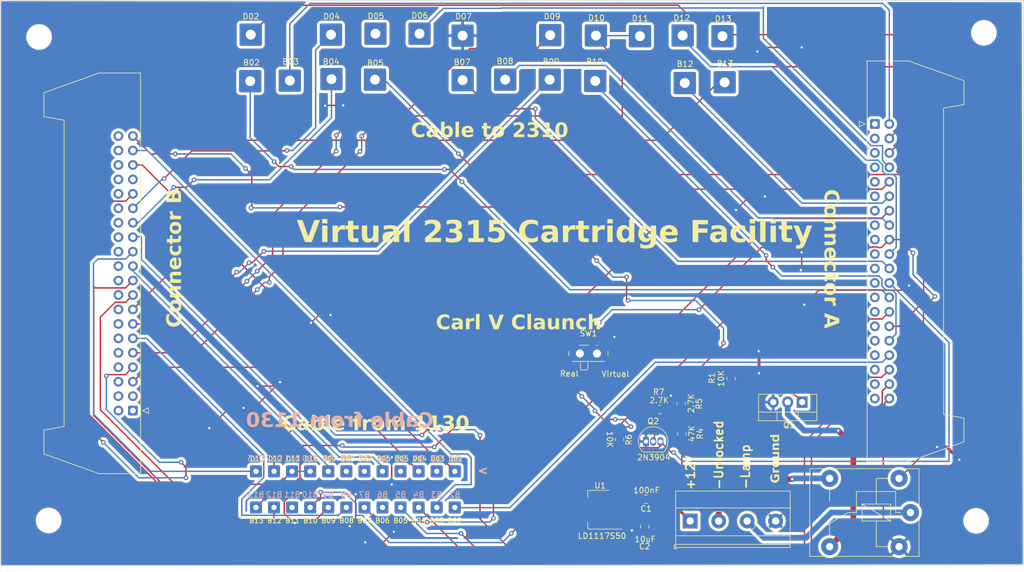
<source format=kicad_pcb>
(kicad_pcb (version 20221018) (generator pcbnew)
  (layers (0 "F.Cu" signal) (31 "B.Cu" signal) (34 "B.Paste" user) (35 "F.Paste" user) (36 "B.SilkS" user "B.Silkscreen") (37 "F.SilkS" user "F.Silkscreen") (38 "B.Mask" user) (39 "F.Mask" user) (44 "Edge.Cuts" user))
  (net 0 "")
  (net 1 "GND")
  (net 3 "Net-(Q2-B)")
  (net 4 "Net-(ConnA1-Pin_24)")
  (net 5 "Net-(J4-Pin_1)")
  (net 11 "Net-(B13-Pin_1)")
  (net 14 "Net-(B7-Pin_1)")
  (net 17 "Net-(SW1-A)")
  (net 23 "Net-(B10-Pin_1)")
  (net 27 "Net-(B2-Pin_1)")
  (net 29 "Net-(ConnA1-Pin_36)")
  (net 31 "Net-(B5-Pin_1)")
  (net 33 "Net-(B4-Pin_1)")
  (net 35 "Net-(ConnB1-Pin_5)")
  (net 42 "Net-(B8-Pin_1)")
  (net 44 "Net-(ConnB1-Pin_17)")
  (net 47 "Net-(ConnB1-Pin_21)")
  (net 49 "Net-(B12-Pin_1)")
  (net 51 "Net-(ConnB1-Pin_23)")
  (net 53 "Net-(ConnB1-Pin_25)")
  (net 58 "Net-(B9-Pin_1)")
  (net 60 "Net-(B3-Pin_1)")
  (net 65 "Net-(J4-Pin_3)")
  (net 66 "Net-(J4-Pin_2)")
  (net 67 "Net-(R4-Pad2)")
  (net 73 "Net-(ConnB1-Pin_35)")
  (net 74 "Net-(ConnA1-Pin_18)")
  (net 75 "Net-(AB2-Pin_1)")
  (net 76 "Net-(AB3-Pin_1)")
  (net 77 "Net-(AB4-Pin_1)")
  (net 78 "Net-(AB5-Pin_1)")
  (net 79 "Net-(AB7-Pin_1)")
  (net 80 "Net-(AB8-Pin_1)")
  (net 81 "Net-(AB9-Pin_1)")
  (net 82 "Net-(AB10-Pin_1)")
  (net 83 "Net-(AB12-Pin_1)")
  (net 84 "Net-(AB13-Pin_1)")
  (net 85 "Net-(AD2-Pin_1)")
  (net 86 "Net-(AD4-Pin_1)")
  (net 88 "Net-(AD6-Pin_1)")
  (net 89 "Net-(AD9-Pin_1)")
  (net 90 "Net-(AD10-Pin_1)")
  (net 91 "Net-(AD12-Pin_1)")
  (net 92 "Net-(AD13-Pin_1)")
  (net 93 "Net-(ConnB1-Pin_39)")
  (net 95 "Net-(Q1-D)")
  (footprint "Connector_Wire:SolderWire-1sqmm_1x01_D1.4mm_OD3.9mm" (layer "F.Cu") (at 129.6 39.29)
    (fp_text reference "AB10" hide)
    (fp_text value "Conn_01x01_Pin")
  )
  (footprint "MountingHole:MountingHole_4mm" (layer "F.Cu") (at 196.49 116.62)
    (fp_text reference "H4" hide)
    (fp_text value "MountingHole")
  )
  (footprint "Button_Switch_SMD:SW_SPDT_PCM12" (layer "F.Cu") (at 128.4 86.87)
    (fp_text reference "SW1")
    (fp_text value "SW_SPDT")
  )
  (footprint "Connector_Wire:SolderWire-1sqmm_1x01_D1.4mm_OD3.9mm" (layer "F.Cu") (at 152.32 39.53)
    (fp_text reference "AB13" hide)
    (fp_text value "Conn_01x01_Pin")
  )
  (footprint "Connector_Wire:SolderWire-1sqmm_1x01_D1.4mm_OD3.9mm" (layer "F.Cu") (at 69.09 31.15)
    (fp_text reference "AD2" hide)
    (fp_text value "Conn_01x01_Pin")
  )
  (footprint "Connector_Wire:SolderWire-1sqmm_1x01_D1.4mm_OD3.9mm" (layer "F.Cu") (at 98.74 30.98)
    (fp_text reference "AD6" hide)
    (fp_text value "Conn_01x01_Pin")
  )
  (footprint "MountingHole:MountingHole_4mm" (layer "F.Cu") (at 33.58 116.56)
    (fp_text reference "H3" hide)
    (fp_text value "MountingHole")
  )
  (footprint "Connector_Wire:SolderWire-1sqmm_1x01_D1.4mm_OD3.9mm" (layer "F.Cu") (at 137.46 31.42)
    (fp_text reference "AD11" hide)
    (fp_text value "Conn_01x01_Pin")
  )
  (footprint "Resistor_SMD:R_0805_2012Metric" (layer "F.Cu") (at 144.7 95.9875 90)
    (fp_text reference "R5")
    (fp_text value "2.7K")
  )
  (footprint "Connector_Wire:SolderWire-1sqmm_1x01_D1.4mm_OD3.9mm" (layer "F.Cu") (at 121.6 39.06)
    (fp_text reference "AB9" hide)
    (fp_text value "Conn_01x01_Pin")
  )
  (footprint "Connector_Wire:SolderWire-1sqmm_1x01_D1.4mm_OD3.9mm" (layer "F.Cu") (at 83.18 31.15)
    (fp_text reference "AD4" hide)
    (fp_text value "Conn_01x01_Pin")
  )
  (footprint "Package_TO_SOT_SMD:SOT-223-3_TabPin2" (layer "F.Cu") (at 130.19 114.67 180)
    (fp_text reference "U1")
    (fp_text value "LD1117S50TR_SOT223")
  )
  (footprint "Connector_Wire:SolderWire-1sqmm_1x01_D1.4mm_OD3.9mm" (layer "F.Cu") (at 91 30.98)
    (fp_text reference "AD5" hide)
    (fp_text value "Conn_01x01_Pin")
  )
  (footprint "Capacitor_SMD:C_0805_2012Metric" (layer "F.Cu") (at 138.28 117.62 -90)
    (fp_text reference "C2")
    (fp_text value "10uF")
  )
  (footprint "Resistor_SMD:R_0805_2012Metric" (layer "F.Cu") (at 140.91 97.06)
    (fp_text reference "R7")
    (fp_text value "2.7K")
  )
  (footprint "Connector_Wire:SolderWire-1sqmm_1x01_D1.4mm_OD3.9mm" (layer "F.Cu") (at 106.3 39.14)
    (fp_text reference "AB7" hide)
    (fp_text value "Conn_01x01_Pin")
  )
  (footprint "Connector_Wire:SolderWire-1sqmm_1x01_D1.4mm_OD3.9mm" (layer "F.Cu") (at 113.78 39.06)
    (fp_text reference "AB8" hide)
    (fp_text value "Conn_01x01_Pin")
  )
  (footprint "MountingHole:MountingHole_4mm" (layer "F.Cu") (at 31.91 31.56)
    (fp_text reference "H1" hide)
    (fp_text value "MountingHole")
  )
  (footprint "TerminalBlock_Phoenix:TerminalBlock_Phoenix_MKDS-1,5-4_1x04_P5.00mm_Horizontal" (layer "F.Cu") (at 146.28 116.65)
    (fp_text reference "J4" hide)
    (fp_text value "Screw_Terminal_01x04")
  )
  (footprint "Connector_Wire:SolderWire-1sqmm_1x01_D1.4mm_OD3.9mm" (layer "F.Cu") (at 90.92 39.06)
    (fp_text reference "AB5" hide)
    (fp_text value "Conn_01x01_Pin")
  )
  (footprint "Connector_Wire:SolderWire-1sqmm_1x01_D1.4mm_OD3.9mm" (layer "F.Cu") (at 121.69 31.24)
    (fp_text reference "AD9" hide)
    (fp_text value "Conn_01x01_Pin")
  )
  (footprint "Connector_Wire:SolderWire-1sqmm_1x01_D1.4mm_OD3.9mm" (layer "F.Cu") (at 129.72 31.3)
    (fp_text reference "AD10" hide)
    (fp_text value "Conn_01x01_Pin")
  )
  (footprint "MountingHole:MountingHole_4mm" (layer "F.Cu") (at 197.86 30.83)
    (fp_text reference "H2" hide)
    (fp_text value "MountingHole")
  )
  (footprint "Connector_Wire:SolderWire-1sqmm_1x01_D1.4mm_OD3.9mm" (layer "F.Cu") (at 75.96 39.23)
    (fp_text reference "AB3" hide)
    (fp_text value "Conn_01x01_Pin")
  )
  (footprint "Resistor_SMD:R_0805_2012Metric" (layer "F.Cu") (at 153.45 91.62 90)
    (fp_text reference "R1")
    (fp_text value "10K")
  )
  (footprint "Connector_Wire:SolderWire-1sqmm_1x01_D1.4mm_OD3.9mm" (layer "F.Cu") (at 151.95 31.42)
    (fp_text reference "AD13" hide)
    (fp_text value "Conn_01x01_Pin")
  )
  (footprint "Connector_IDC:IDC-Header_2x20_P2.54mm_Latch_Horizontal" (layer "F.Cu") (at 178.71 46.86)
    (fp_text reference "ConnA1" hide)
    (fp_text value "Conn_02x20_Odd_Even")
  )
  (footprint "Connector_Wire:SolderWire-1sqmm_1x01_D1.4mm_OD3.9mm" (layer "F.Cu") (at 145.32 39.65)
    (fp_text reference "AB12" hide)
    (fp_text value "Conn_01x01_Pin")
  )
  (footprint "Connector_Wire:SolderWire-1sqmm_1x01_D1.4mm_OD3.9mm" (layer "F.Cu") (at 69 39.32)
    (fp_text reference "AB2" hide)
    (fp_text value "Conn_01x01_Pin")
  )
  (footprint "Package_TO_SOT_THT:TO-92_Inline" (layer "F.Cu") (at 138.51 102.68)
    (fp_text reference "Q2")
    (fp_text value "2N3904")
  )
  (footprint "Resistor_SMD:R_0805_2012Metric" (layer "F.Cu") (at 133.86 102.33 -90)
    (fp_text reference "R6")
    (fp_text value "10K")
  )
  (footprint "Connector_IDC:IDC-Header_2x20_P2.54mm_Latch_Horizontal" (layer "F.Cu") (at 48.39 97.24 180)
    (fp_text reference "ConnB1" hide)
    (fp_text value "Conn_02x20_Odd_Even")
  )
  (footprint "Relay_THT:Relay_SPDT_Finder_36.11" (layer "F.Cu") (at 184.97 115.16 180)
    (fp_text reference "K1" hide)
    (fp_text value "Relay_SPDT")
  )
  (footprint "Connector_Wire:SolderWire-1sqmm_1x01_D1.4mm_OD3.9mm" (layer "F.Cu") (at 144.95 31.3)
    (fp_text reference "AD12" hide)
    (fp_text value "Conn_01x01_Pin")
  )
  (footprint "Library.carl:TO-220AB" (layer "F.Cu") (at 165.94 95.75 180)
    (fp_text reference "Q1" hide)
    (fp_text value "Q_NMOS_DSG")
  )
  (footprint "Connector_Wire:SolderWire-1sqmm_1x01_D1.4mm_OD3.9mm" (layer "F.Cu") (at 83.27 38.97)
    (fp_text reference "AB4" hide)
    (fp_text value "Conn_01x01_Pin")
  )
  (footprint "Capacitor_SMD:C_0805_2012Metric" (layer "F.Cu") (at 138.53 112.81 180)
    (fp_text reference "C1")
    (fp_text value "100nF")
  )
  (footprint "Connector_Wire:SolderWire-1sqmm_1x01_D1.4mm_OD3.9mm" (layer "F.Cu") (at 106.3 31.32)
    (fp_text reference "AD7" hide)
    (fp_text value "Conn_01x01_Pin")
  )
  (footprint "Resistor_SMD:R_0805_2012Metric" (layer "F.Cu") (at 144.81 101.36 90)
    (fp_text reference "R4")
    (fp_text value "47K")
  )
  (footprint "Library.carl:SLT" (layer "B.Cu") (at 70.005 114.27 180)
    (fp_text reference "B13")
    (fp_text value "Conn_01x01_Pin")
  )
  (footprint "Library.carl:SLT" (layer "B.Cu") (at 98.58 107.92 180)
    (fp_text reference "D4")
    (fp_text value "Conn_01x01_Pin")
  )
  (footprint "Library.carl:SLT" (layer "B.Cu") (at 89.055 114.27 180)
    (fp_text reference "B7")
    (fp_text value "Conn_01x01_Pin")
  )
  (footprint "Library.carl:SLT" (layer "B.Cu") (at 76.355 114.27 180)
    (fp_text reference "B11")
    (fp_text value "Conn_01x01_Pin")
  )
  (footprint "Library.carl:SLT" (layer "B.Cu") (at 82.705 107.92 180)
    (fp_text reference "D9")
    (fp_text value "Conn_01x01_Pin")
  )
  (footprint "Library.carl:SLT" (layer "B.Cu") (at 104.93 107.92 180)
    (fp_text reference "D2")
    (fp_text value "Conn_01x01_Pin" hide)
  )
  (footprint "Library.carl:SLT" (layer "B.Cu") (at 82.705 114.27 180)
    (fp_text reference "B9")
    (fp_text value "Conn_01x01_Pin")
  )
  (footprint "Library.carl:SLT" (layer "B.Cu") (at 85.88 107.92 180)
    (fp_text reference "D8")
    (fp_text value "Conn_01x01_Pin")
  )
  (footprint "Library.carl:SLT" (layer "B.Cu") (at 79.53 107.92 180)
    (fp_text reference "D10")
    (fp_text value "Conn_01x01_Pin")
  )
  (footprint "Library.carl:SLT" (layer "B.Cu") (at 95.405 114.27 180)
    (fp_text reference "B5")
    (fp_text value "Conn_01x01_Pin")
  )
  (footprint "Library.carl:SLT" (layer "B.Cu") (at 95.405 107.92 180)
    (fp_text reference "D5")
    (fp_text value "Conn_01x01_Pin")
  )
  (footprint "Library.carl:SLT" (layer "B.Cu") (at 76.355 107.92 180)
    (fp_text reference "D11")
    (fp_text value "Conn_01x01_Pin")
  )
  (footprint "Library.carl:SLT" (layer "B.Cu") (at 92.23 114.27 180)
    (fp_text reference "B6")
    (fp_text value "Conn_01x01_Pin")
  )
  (footprint "Library.carl:SLT" (layer "B.Cu") (at 92.23 107.92 180)
    (fp_text reference "D6")
    (fp_text value "Conn_01x01_Pin")
  )
  (footprint "Library.carl:SLT" (layer "B.Cu") (at 101.755 114.27 180)
    (fp_text reference "B3")
    (fp_text value "Conn_01x01_Pin")
  )
  (footprint "Library.carl:SLT" (layer "B.Cu") (at 79.53 114.27 180)
    (fp_text reference "B10")
    (fp_text value "Conn_01x01_Pin")
  )
  (footprint "Library.carl:SLT" (layer "B.Cu") (at 85.88 114.27 180)
    (fp_text reference "B8")
    (fp_text value "Conn_01x01_Pin")
  )
  (footprint "Library.carl:SLT" (layer "B.Cu") (at 73.18 114.27 180)
    (fp_text reference "B12")
    (fp_text value "Conn_01x01_Pin")
  )
  (footprint "Library.carl:SLT" (layer "B.Cu") (at 101.755 107.92 180)
    (fp_text reference "D3")
    (fp_text value "Conn_01x01_Pin")
  )
  (footprint "Library.carl:SLT" (layer "B.Cu") (at 98.58 114.27 180)
    (fp_text reference "B4")
    (fp_text value "Conn_01x01_Pin")
  )
  (footprint "Library.carl:SLT" (layer "B.Cu") (at 89.055 107.92 180)
    (fp_text reference "D7")
    (fp_text value "Conn_01x01_Pin")
  )
  (footprint "Library.carl:SLT" (layer "B.Cu") (at 70.005 107.92 180)
    (fp_text reference "D13")
    (fp_text value "Conn_01x01_Pin")
  )
  (footprint "Library.carl:SLT" (layer "B.Cu") (at 73.18 107.92 180)
    (fp_text reference "D12")
    (fp_text value "Conn_01x01_Pin")
  )
  (footprint "Library.carl:SLT" (layer "B.Cu") (at 104.93 114.27 180)
    (fp_text reference "B2")
    (fp_text value "Conn_01x01_Pin")
  )
  (gr_rect (start 25.1 25.11) (end 204.86 124.46) (stroke (width 0.1)) (fill none) (layer "Edge.Cuts"))
  (gr_text "<" (at 108.75 108.62) (layer "B.SilkS") (effects (font (size 1.5 1.5) (thickness 0.3) bold) (justify left bottom)))
  (gr_text "Cable from 1130" (at 101.24 100.55) (layer "B.SilkS") (effects (font (size 2.54 2.54) (thickness 0.3) bold) (justify left bottom mirror)))
  (gr_text "+12V" (at 147.2 111.34 90) (layer "F.SilkS") (effects (font (size 1.5 1.5) (thickness 0.3) bold) (justify left bottom)))
  (gr_text "LD1117S50" (at 126.46 119.86) (layer "F.SilkS") (effects (font (size 1 1)) (justify left bottom)))
  (gr_text "10K" (at 131.57 100.76 -90) (layer "F.SilkS") (effects (font (size 1 1)) (justify left bottom)))
  (gr_text "B13" (at 150.86 36.81) (layer "F.SilkS") (effects (font (size 1 1)) (justify left bottom)))
  (gr_text "100nF" (at 136.19 111.84) (layer "F.SilkS") (effects (font (size 1 1)) (justify left bottom)))
  (gr_text "D09" (at 120.48 28.54) (layer "F.SilkS") (effects (font (size 1 1)) (justify left bottom)))
  (gr_text "Cable to 2310" (at 97.2 49.59) (layer "F.SilkS") (effects (font (size 2.54 2.54) (thickness 0.3) bold) (justify left bottom)))
  (gr_text "B10" (at 127.93 36.49) (layer "F.SilkS") (effects (font (size 1 1)) (justify left bottom)))
  (gr_text "B12" (at 143.82 36.9) (layer "F.SilkS") (effects (font (size 1 1)) (justify left bottom)))
  (gr_text "Virtual" (at 130.63 91.39) (layer "F.SilkS") (effects (font (size 1 1)) (justify left bottom)))
  (gr_text "D07" (at 104.92 28.54) (layer "F.SilkS") (effects (font (size 1 1)) (justify left bottom)))
  (gr_text "B03" (at 74.54 36.49) (layer "F.SilkS") (effects (font (size 1 1)) (justify left bottom)))
  (gr_text "47K" (at 147.15 102.85 90) (layer "F.SilkS") (effects (font (size 1 1)) (justify left bottom)))
  (gr_text "Virtual 2315 Cartridge Facility" (at 77.15 68.27) (layer "F.SilkS") (effects (font (size 3.81 3.81) (thickness 0.3) bold) (justify left bottom)))
  (gr_text "Real" (at 123.32 91.33) (layer "F.SilkS") (effects (font (size 1 1)) (justify left bottom)))
  (gr_text "2.7K" (at 139.04 96.03) (layer "F.SilkS") (effects (font (size 1 1)) (justify left bottom)))
  (gr_text "D10" (at 128.26 28.79) (layer "F.SilkS") (effects (font (size 1 1)) (justify left bottom)))
  (gr_text "2N3904" (at 136.88 106.05) (layer "F.SilkS") (effects (font (size 1 1)) (justify left bottom)))
  (gr_text "D13 D12 D11 D10 D09 D08 D07 D06 D05 D04 D03 D02" (at 68.89 106.2) (layer "F.SilkS") (effects (font (size 0.8636 0.8636)) (justify left bottom)))
  (gr_text "10K" (at 152.29 93.16 90) (layer "F.SilkS") (effects (font (size 1 1)) (justify left bottom)))
  (gr_text "B02" (at 67.66 36.65) (layer "F.SilkS") (effects (font (size 1 1)) (justify left bottom)))
  (gr_text "D11" (at 135.95 28.87) (layer "F.SilkS") (effects (font (size 1 1)) (justify left bottom)))
  (gr_text "B07" (at 104.67 36.57) (layer "F.SilkS") (effects (font (size 1 1)) (justify left bottom)))
  (gr_text "-Lamp" (at 156.87 111.19 90) (layer "F.SilkS") (effects (font (size 1.5 1.5) (thickness 0.3) bold) (justify left bottom)))
  (gr_text "Q1" (at 162.51 100.4) (layer "F.SilkS") (effects (font (size 1 1)) (justify left bottom)))
  (gr_text "D13" (at 150.53 28.95) (layer "F.SilkS") (effects (font (size 1 1)) (justify left bottom)))
  (gr_text "B05" (at 89.44 36.73) (layer "F.SilkS") (effects (font (size 1 1)) (justify left bottom)))
  (gr_text "2.7K" (at 147.03 97.75 90) (layer "F.SilkS") (effects (font (size 1 1)) (justify left bottom)))
  (gr_text "10uF" (at 136.43 120.44) (layer "F.SilkS") (effects (font (size 1 1)) (justify left bottom)))
  (gr_text "B13 B12 B11 B10 B09 B08 B07 B06 B05 B04 B03 B02" (at 68.73 117.09) (layer "F.SilkS") (effects (font (size 0.8636 0.8636)) (justify left bottom)))
  (gr_text "B04" (at 81.66 36.49) (layer "F.SilkS") (effects (font (size 1 1)) (justify left bottom)))
  (gr_text "D02" (at 67.57 28.54) (layer "F.SilkS") (effects (font (size 1 1)) (justify left bottom)))
  (gr_text "Ground" (at 162.16 110.03 90) (layer "F.SilkS") (effects (font (size 1.5 1.5) (thickness 0.3) bold) (justify left bottom)))
  (gr_text "B08" (at 112.21 36.4) (layer "F.SilkS") (effects (font (size 1 1)) (justify left bottom)))
  (gr_text "D05" (at 89.52 28.46) (layer "F.SilkS") (effects (font (size 1 1)) (justify left bottom)))
  (gr_text "D04" (at 81.74 28.54) (layer "F.SilkS") (effects (font (size 1 1)) (justify left bottom)))
  (gr_text "Connector A" (at 169.44 58.31 270) (layer "F.SilkS") (effects (font (size 2.54 2.54) (thickness 0.3) bold) (justify left bottom)))
  (gr_text "Carl V Claunch" (at 101.59 83.38) (layer "F.SilkS") (effects (font (size 2.54 2.54) (thickness 0.3) bold) (justify left bottom)))
  (gr_text "Connector B" (at 57.28 82.67 90) (layer "F.SilkS") (effects (font (size 2.54 2.54) (thickness 0.3) bold) (justify left bottom)))
  (gr_text "B09" (at 120.31 36.49) (layer "F.SilkS") (effects (font (size 1 1)) (justify left bottom)))
  (gr_text "D12" (at 143.24 28.79) (layer "F.SilkS") (effects (font (size 1 1)) (justify left bottom)))
  (gr_text "D06" (at 97.22 28.38) (layer "F.SilkS") (effects (font (size 1 1)) (justify left bottom)))
  (gr_text "Cable from 1130" (at 74.54 101.12) (layer "F.SilkS") (effects (font (size 2.54 2.54) (thickness 0.3) bold) (justify left bottom)))
  (gr_text "-Unlocked" (at 152.17 111.28 90) (layer "F.SilkS") (effects (font (size 1.5 1.5) (thickness 0.3) bold) (justify left bottom)))
  (segment (start 140.33 113.64) (end 140.33 116.52) (width 0.508) (layer "F.Cu") (net 1))
  (segment (start 89.21 120.4) (end 92.37 120.4) (width 0.25) (layer "F.Cu") (net 1))
  (segment (start 134.68 116.97) (end 136.03 118.32) (width 0.508) (layer "F.Cu") (net 1))
  (segment (start 74.98 115.308172) (end 74.98 113.231828) (width 0.25) (layer "F.Cu") (net 1))
  (segment (start 165.86 72.38) (end 165.7 72.54) (width 0.25) (layer "F.Cu") (net 1))
  (segment (start 86.48 117.56) (end 87.52 116.52) (width 0.25) (layer "F.Cu") (net 1))
  (segment (start 144.7 95.075) (end 143.345 95.075) (width 0.25) (layer "F.Cu") (net 1))
  (segment (start 76.82 117.01) (end 76.681828 117.01) (width 0.25) (layer "F.Cu") (net 1))
  (segment (start 85.33 43.59) (end 82.2 43.59) (width 0.25) (layer "F.Cu") (net 1))
  (segment (start 184.73 75.26) (end 183.91 76.08) (width 0.25) (layer "F.Cu") (net 1))
  (segment (start 156.7 59.6) (end 154.32 61.98) (width 0.25) (layer "F.Cu") (net 1))
  (segment (start 133.34 116.97) (end 134.68 116.97) (width 0.508) (layer "F.Cu") (net 1))
  (segment (start 153.45 90.7075) (end 158.3225 90.7075) (width 0.25) (layer "F.Cu") (net 1))
  (segment (start 140.33 113.64) (end 140.31 113.64) (width 0.508) (layer "F.Cu") (net 1))
  (segment (start 140.31 113.64) (end 139.48 112.81) (width 0.508) (layer "F.Cu") (net 1))
  (segment (start 158.37 86.87) (end 158.3 86.8) (width 0.25) (layer "F.Cu") (net 1))
  (segment (start 158.3225 90.7075) (end 158.37 90.66) (width 0.25) (layer "F.Cu") (net 1))
  (segment (start 158.08 34.13) (end 158.81 33.4) (width 0.25) (layer "F.Cu") (net 1))
  (segment (start 82.2 43.59) (end 82.15 43.64) (width 0.25) (layer "F.Cu") (net 1))
  (segment (start 87.52 116.52) (end 87.52 111.93) (width 0.25) (layer "F.Cu") (net 1))
  (segment (start 168.86 76.08) (end 166.32 78.62) (width 0.25) (layer "F.Cu") (net 1))
  (segment (start 70.28 92.93) (end 73.54 92.93) (width 0.25) (layer "F.Cu") (net 1))
  (segment (start 74.98 113.231828) (end 76.491828 111.72) (width 0.25) (layer "F.Cu") (net 1))
  (segment (start 76.681828 117.01) (end 74.98 115.308172) (width 0.25) (layer "F.Cu") (net 1))
  (segment (start 65.35 96.77) (end 61.8 100.32) (width 0.25) (layer "F.Cu") (net 1))
  (segment (start 159.4 59.6) (end 156.7 59.6) (width 0.25) (layer "F.Cu") (net 1))
  (segment (start 158.37 90.66) (end 158.37 86.87) (width 0.508) (layer "F.Cu") (net 1))
  (segment (start 81.04 80.44) (end 83.11 80.44) (width 0.25) (layer "F.Cu") (net 1))
  (segment (start 136.28 118.57) (end 136.03 118.32) (width 0.25) (layer "F.Cu") (net 1))
  (segment (start 93.85 109.1755) (end 93.85 105.44) (width 0.25) (layer "F.Cu") (net 1))
  (segment (start 73.54 92.93) (end 74.23 92.24) (width 0.25) (layer "F.Cu") (net 1))
  (segment (start 74.23 92.24) (end 69.7 96.77) (width 0.25) (layer "F.Cu") (net 1))
  (segment (start 130.65 85.44) (end 131.8 84.29) (width 0.25) (layer "F.Cu") (net 1))
  (segment (start 131.8 84.29) (end 132.96 84.29) (width 0.25) (layer "F.Cu") (net 1))
  (segment (start 76.491828 111.72) (end 77.91 111.72) (width 0.25) (layer "F.Cu") (net 1))
  (segment (start 92.37 120.4) (end 94.23 118.54) (width 0.25) (layer "F.Cu") (net 1))
  (segment (start 158.81 33.4) (end 165.86 33.4) (width 0.25) (layer "F.Cu") (net 1))
  (segment (start 67.81 96.77) (end 65.35 96.77) (width 0.25) (layer "F.Cu") (net 1))
  (segment (start 165.86 69.43) (end 165.86 72.38) (width 0.25) (layer "F.Cu") (net 1))
  (segment (start 143.345 95.075) (end 142.89 94.62) (width 0.25) (layer "F.Cu") (net 1))
  (segment (start 189.64 103.64) (end 191.3 103.64) (width 0.508) (layer "F.Cu") (net 1))
  (segment (start 69.7 96.77) (end 67.81 96.77) (width 0.25) (layer "F.Cu") (net 1))
  (segment (start 191.3 103.64) (end 193.55 105.89) (width 0.508) (layer "F.Cu") (net 1))
  (segment (start 93.85 110.22) (end 93.85 109.1755) (width 0.25) (layer "F.Cu") (net 1))
  (segment (start 138.28 118.57) (end 136.28 118.57) (width 0.508) (layer "F.Cu") (net 1))
  (segment (start 140.33 116.52) (end 138.28 118.57) (width 0.508) (layer "F.Cu") (net 1))
  (segment (start 79.67 81.81) (end 81.04 80.44) (width 0.25) (layer "F.Cu") (net 1))
  (segment (start 183.91 76.08) (end 168.86 76.08) (width 0.25) (layer "F.Cu") (net 1))
  (via (at 154.32 61.98) (size 0.8) (drill 0.4) (layers "F.Cu" "B.Cu") (net 1))
  (via (at 94.23 118.54) (size 0.8) (drill 0.4) (layers "F.Cu" "B.Cu") (net 1))
  (via (at 83.11 80.44) (size 0.8) (drill 0.4) (layers "F.Cu" "B.Cu") (net 1))
  (via (at 132.96 84.29) (size 0.8) (drill 0.4) (layers "F.Cu" "B.Cu") (net 1))
  (via (at 193.55 105.89) (size 0.8) (drill 0.4) (layers "F.Cu" "B.Cu") (net 1))
  (via (at 158.08 34.13) (size 0.8) (drill 0.4) (layers "F.Cu" "B.Cu") (net 1))
  (via (at 184.73 75.26) (size 0.8) (drill 0.4) (layers "F.Cu" "B.Cu") (net 1))
  (via (at 159.4 59.6) (size 0.8) (drill 0.4) (layers "F.Cu" "B.Cu") (net 1))
  (via (at 136.03 118.32) (size 0.8) (drill 0.4) (layers "F.Cu" "B.Cu") (net 1))
  (via (at 165.86 33.4) (size 0.8) (drill 0.4) (layers "F.Cu" "B.Cu") (net 1))
  (via (at 76.82 117.01) (size 0.8) (drill 0.4) (layers "F.Cu" "B.Cu") (net 1))
  (via (at 86.48 117.56) (size 0.8) (drill 0.4) (layers "F.Cu" "B.Cu") (net 1))
  (via (at 82.15 43.64) (size 0.8) (drill 0.4) (layers "F.Cu" "B.Cu") (net 1))
  (via (at 74.23 92.24) (size 0.8) (drill 0.4) (layers "F.Cu" "B.Cu") (net 1))
  (via (at 93.85 105.44) (size 0.8) (drill 0.4) (layers "F.Cu" "B.Cu") (net 1))
  (via (at 142.89 94.62) (size 0.8) (drill 0.4) (layers "F.Cu" "B.Cu") (net 1))
  (via (at 87.52 111.93) (size 0.8) (drill 0.4) (layers "F.Cu" "B.Cu") (net 1))
  (via (at 77.91 111.72) (size 0.8) (drill 0.4) (layers "F.Cu" "B.Cu") (net 1))
  (via (at 93.85 110.22) (size 0.8) (drill 0.4) (layers "F.Cu" "B.Cu") (net 1))
  (via (at 79.67 81.81) (size 0.8) (drill 0.4) (layers "F.Cu" "B.Cu") (net 1))
  (via (at 158.3 86.8) (size 0.8) (drill 0.4) (layers "F.Cu" "B.Cu") (net 1))
  (via (at 189.64 103.64) (size 0.8) (drill 0.4) (layers "F.Cu" "B.Cu") (net 1))
  (via (at 166.32 78.62) (size 0.8) (drill 0.4) (layers "F.Cu" "B.Cu") (net 1))
  (via (at 89.21 120.4) (size 0.8) (drill 0.4) (layers "F.Cu" "B.Cu") (net 1))
  (via (at 67.81 96.77) (size 0.8) (drill 0.4) (layers "F.Cu" "B.Cu") (net 1))
  (via (at 165.86 69.43) (size 0.8) (drill 0.4) (layers "F.Cu" "B.Cu") (net 1))
  (via (at 61.8 100.32) (size 0.8) (drill 0.4) (layers "F.Cu" "B.Cu") (net 1))
  (via (at 85.33 43.59) (size 0.8) (drill 0.4) (layers "F.Cu" "B.Cu") (net 1))
  (via (at 70.28 92.93) (size 0.8) (drill 0.4) (layers "F.Cu" "B.Cu") (net 1))
  (via (at 165.7 72.54) (size 0.8) (drill 0.4) (layers "F.Cu" "B.Cu") (net 1))
  (via (at 158.37 90.66) (size 0.8) (drill 0.4) (layers "F.Cu" "B.Cu") (net 1))
  (segment (start 139.9975 97.06) (end 139.9975 102.4625) (width 0.25) (layer "F.Cu") (net 3))
  (segment (start 139.9975 102.4625) (end 139.78 102.68) (width 0.25) (layer "F.Cu") (net 3))
  (segment (start 141.05 103.426325) (end 141.05 102.68) (width 0.25) (layer "F.Cu") (net 4))
  (segment (start 134.3725 103.755) (end 140.721325 103.755) (width 0.25) (layer "F.Cu") (net 4))
  (segment (start 142.98 104.61) (end 143.34 104.61) (width 0.25) (layer "F.Cu") (net 4))
  (segment (start 133.86 103.2425) (end 134.3725 103.755) (width 0.25) (layer "F.Cu") (net 4))
  (segment (start 140.721325 103.755) (end 141.05 103.426325) (width 0.25) (layer "F.Cu") (net 4))
  (segment (start 141.05 102.68) (end 142.98 104.61) (width 0.25) (layer "F.Cu") (net 4))
  (via (at 143.34 104.61) (size 0.8) (drill 0.4) (layers "F.Cu" "B.Cu") (net 4))
  (segment (start 181.25 74.8) (end 191.73 85.28) (width 0.25) (layer "B.Cu") (net 4))
  (segment (start 144.89 106.16) (end 143.34 104.61) (width 0.25) (layer "B.Cu") (net 4))
  (segment (start 191.73 106.16) (end 144.89 106.16) (width 0.25) (layer "B.Cu") (net 4))
  (segment (start 191.73 85.28) (end 191.73 106.16) (width 0.25) (layer "B.Cu") (net 4))
  (segment (start 140.23 110.6) (end 146.28 116.65) (width 0.508) (layer "F.Cu") (net 5))
  (segment (start 133.78 112.81) (end 133.34 112.37) (width 0.25) (layer "F.Cu") (net 5))
  (segment (start 135.11 110.6) (end 133.34 112.37) (width 0.508) (layer "F.Cu") (net 5))
  (segment (start 135.11 110.6) (end 140.23 110.6) (width 0.508) (layer "F.Cu") (net 5))
  (segment (start 137.58 112.81) (end 133.78 112.81) (width 0.25) (layer "F.Cu") (net 5))
  (segment (start 76.41 103.38) (end 76.41 104.11) (width 0.25) (layer "F.Cu") (net 11))
  (segment (start 181.25 57.02) (end 179.95 58.32) (width 0.25) (layer "F.Cu") (net 11))
  (segment (start 76.41 104.11) (end 77.73 105.43) (width 0.25) (layer "F.Cu") (net 11))
  (segment (start 85.17 103.38) (end 76.41 103.38) (width 0.25) (layer "F.Cu") (net 11))
  (segment (start 179.95 58.32) (end 146.66 58.32) (width 0.25) (layer "F.Cu") (net 11))
  (segment (start 77.73 108.958172) (end 76.518172 110.17) (width 0.25) (layer "F.Cu") (net 11))
  (segment (start 146.66 58.32) (end 101.33 103.65) (width 0.25) (layer "F.Cu") (net 11))
  (segment (start 74.105 110.17) (end 70.005 114.27) (width 0.25) (layer "F.Cu") (net 11))
  (segment (start 77.73 105.43) (end 77.73 108.958172) (width 0.25) (layer "F.Cu") (net 11))
  (segment (start 76.518172 110.17) (end 74.105 110.17) (width 0.25) (layer "F.Cu") (net 11))
  (via (at 101.33 103.65) (size 0.8) (drill 0.4) (layers "F.Cu" "B.Cu") (net 11))
  (via (at 85.17 103.38) (size 0.8) (drill 0.4) (layers "F.Cu" "B.Cu") (net 11))
  (segment (start 101.33 103.65) (end 85.44 103.65) (width 0.25) (layer "B.Cu") (net 11))
  (segment (start 85.44 103.65) (end 85.17 103.38) (width 0.25) (layer "B.Cu") (net 11))
  (segment (start 179.885 63.465) (end 161.115 63.465) (width 0.25) (layer "F.Cu") (net 14))
  (segment (start 112.04 112.54) (end 111.72 112.86) (width 0.25) (layer "F.Cu") (net 14))
  (segment (start 91.615 116.83) (end 89.055 114.27) (width 0.25) (layer "F.Cu") (net 14))
  (segment (start 181.25 62.1) (end 179.885 63.465) (width 0.25) (layer "F.Cu") (net 14))
  (segment (start 161.115 63.465) (end 112.04 112.54) (width 0.25) (layer "F.Cu") (net 14))
  (segment (start 111.72 112.86) (end 111.72 116.18) (width 0.25) (layer "F.Cu") (net 14))
  (segment (start 100.08 116.83) (end 91.615 116.83) (width 0.25) (layer "F.Cu") (net 14))
  (via (at 100.08 116.83) (size 0.8) (drill 0.4) (layers "F.Cu" "B.Cu") (net 14))
  (via (at 111.72 116.18) (size 0.8) (drill 0.4) (layers "F.Cu" "B.Cu") (net 14))
  (segment (start 111.72 116.18) (end 111.07 116.83) (width 0.25) (layer "B.Cu") (net 14))
  (segment (start 111.07 116.83) (end 100.08 116.83) (width 0.25) (layer "B.Cu") (net 14))
  (segment (start 124.51 112.14) (end 127.04 114.67) (width 0.508) (layer "F.Cu") (net 17))
  (segment (start 126.15 85.44) (end 125.8 85.79) (width 0.25) (layer "F.Cu") (net 17))
  (segment (start 129.54 97.282) (end 131.064 98.806) (width 0.25) (layer "F.Cu") (net 17))
  (segment (start 124.51 110.7675) (end 124.51 112.14) (width 0.508) (layer "F.Cu") (net 17))
  (segment (start 135.2015 100.076) (end 135.89 100.076) (width 0.25) (layer "F.Cu") (net 17))
  (segment (start 131.064 98.806) (end 133.096 98.806) (width 0.25) (layer "F.Cu") (net 17))
  (segment (start 135.34 116.67) (end 133.34 114.67) (width 0.25) (layer "F.Cu") (net 17))
  (segment (start 125.8 85.79) (end 125.8 93.288) (width 0.25) (layer "F.Cu") (net 17))
  (segment (start 133.86 101.4175) (end 135.2015 100.076) (width 0.25) (layer "F.Cu") (net 17))
  (segment (start 138.28 116.67) (end 135.34 116.67) (width 0.25) (layer "F.Cu") (net 17))
  (segment (start 133.86 101.4175) (end 124.51 110.7675) (width 0.508) (layer "F.Cu") (net 17))
  (segment (start 127.04 114.67) (end 133.34 114.67) (width 0.508) (layer "F.Cu") (net 17))
  (segment (start 125.8 93.288) (end 127.254 94.742) (width 0.25) (layer "F.Cu") (net 17))
  (via (at 135.89 100.076) (size 0.8) (drill 0.4) (layers "F.Cu" "B.Cu") (net 17))
  (via (at 129.54 97.282) (size 0.8) (drill 0.4) (layers "F.Cu" "B.Cu") (net 17))
  (via (at 127.254 94.742) (size 0.8) (drill 0.4) (layers "F.Cu" "B.Cu") (net 17))
  (via (at 133.096 98.806) (size 0.8) (drill 0.4) (layers "F.Cu" "B.Cu") (net 17))
  (segment (start 133.096 98.806) (end 134.62 98.806) (width 0.25) (layer "B.Cu") (net 17))
  (segment (start 134.62 98.806) (end 135.89 100.076) (width 0.25) (layer "B.Cu") (net 17))
  (segment (start 129.54 97.028) (end 129.54 97.282) (width 0.25) (layer "B.Cu") (net 17))
  (segment (start 127.254 94.742) (end 129.54 97.028) (width 0.25) (layer "B.Cu") (net 17))
  (segment (start 81.35 111.6) (end 81.35 112.45) (width 0.25) (layer "F.Cu") (net 23))
  (segment (start 181.25 79.88) (end 180 81.13) (width 0.25) (layer "F.Cu") (net 23))
  (segment (start 81.35 112.45) (end 79.53 114.27) (width 0.25) (layer "F.Cu") (net 23))
  (segment (start 152.57 81.13) (end 114.87 118.83) (width 0.25) (layer "F.Cu") (net 23))
  (segment (start 180 81.13) (end 152.57 81.13) (width 0.25) (layer "F.Cu") (net 23))
  (via (at 81.35 111.6) (size 0.8) (drill 0.4) (layers "F.Cu" "B.Cu") (net 23))
  (via (at 114.87 118.83) (size 0.8) (drill 0.4) (layers "F.Cu" "B.Cu") (net 23))
  (segment (start 113.26 120.44) (end 93.45 120.44) (width 0.25) (layer "B.Cu") (net 23))
  (segment (start 85.623172 111.6) (end 81.35 111.6) (width 0.25) (layer "B.Cu") (net 23))
  (segment (start 93.45 120.44) (end 88.655 115.645) (width 0.25) (layer "B.Cu") (net 23))
  (segment (start 88.655 115.645) (end 87.591828 115.645) (width 0.25) (layer "B.Cu") (net 23))
  (segment (start 87.591828 115.645) (end 87.591828 113.568656) (width 0.25) (layer "B.Cu") (net 23))
  (segment (start 114.87 118.83) (end 113.26 120.44) (width 0.25) (layer "B.Cu") (net 23))
  (segment (start 87.591828 113.568656) (end 85.623172 111.6) (width 0.25) (layer "B.Cu") (net 23))
  (segment (start 104.97 114.31) (end 104.93 114.27) (width 0.25) (layer "B.Cu") (net 27))
  (segment (start 181.25 87.5) (end 180.01 88.74) (width 0.25) (layer "B.Cu") (net 27))
  (segment (start 140.16 88.74) (end 114.59 114.31) (width 0.25) (layer "B.Cu") (net 27))
  (segment (start 180.01 88.74) (end 140.16 88.74) (width 0.25) (layer "B.Cu") (net 27))
  (segment (start 114.59 114.31) (end 104.97 114.31) (width 0.25) (layer "B.Cu") (net 27))
  (segment (start 166.35 102.76) (end 177.72 91.39) (width 0.25) (layer "F.Cu") (net 29))
  (segment (start 77.471776 99.5) (end 73.18 103.791776) (width 0.25) (layer "F.Cu") (net 29))
  (segment (start 100.11 100.59) (end 99.17 101.53) (width 0.25) (layer "F.Cu") (net 29))
  (segment (start 109.36 101.56) (end 109.36 116.286828) (width 0.25) (layer "F.Cu") (net 29))
  (segment (start 81.89 99.5) (end 77.471776 99.5) (width 0.25) (layer "F.Cu") (net 29))
  (segment (start 114.833172 121.76) (end 166.35 121.76) (width 0.25) (layer "F.Cu") (net 29))
  (segment (start 109.36 116.286828) (end 114.833172 121.76) (width 0.25) (layer "F.Cu") (net 29))
  (segment (start 166.35 121.76) (end 166.35 102.76) (width 0.25) (layer "F.Cu") (net 29))
  (segment (start 102.35 100.59) (end 100.11 100.59) (width 0.25) (layer "F.Cu") (net 29))
  (segment (start 179.9 91.39) (end 181.25 90.04) (width 0.25) (layer "F.Cu") (net 29))
  (segment (start 177.72 91.39) (end 179.9 91.39) (width 0.25) (layer "F.Cu") (net 29))
  (segment (start 73.18 103.791776) (end 73.18 107.92) (width 0.25) (layer "F.Cu") (net 29))
  (via (at 99.17 101.53) (size 0.8) (drill 0.4) (layers "F.Cu" "B.Cu") (net 29))
  (via (at 81.89 99.5) (size 0.8) (drill 0.4) (layers "F.Cu" "B.Cu") (net 29))
  (via (at 109.36 101.56) (size 0.8) (drill 0.4) (layers "F.Cu" "B.Cu") (net 29))
  (via (at 102.35 100.59) (size 0.8) (drill 0.4) (layers "F.Cu" "B.Cu") (net 29))
  (segment (start 99.17 101.53) (end 83.92 101.53) (width 0.25) (layer "B.Cu") (net 29))
  (segment (start 83.92 101.53) (end 81.89 99.5) (width 0.25) (layer "B.Cu") (net 29))
  (segment (start 109.36 101.56) (end 108.39 100.59) (width 0.25) (layer "B.Cu") (net 29))
  (segment (start 108.39 100.59) (end 102.35 100.59) (width 0.25) (layer "B.Cu") (net 29))
  (segment (start 167.58 122.79) (end 109.98 122.79) (width 0.25) (layer "F.Cu") (net 31))
  (segment (start 180.01 93.82) (end 180.01 96.7) (width 0.25) (layer "F.Cu") (net 31))
  (segment (start 181.25 92.58) (end 180.01 93.82) (width 0.25) (layer "F.Cu") (net 31))
  (segment (start 109.98 122.79) (end 106.03 118.84) (width 0.25) (layer "F.Cu") (net 31))
  (segment (start 173.87 96.7) (end 167.58 102.99) (width 0.25) (layer "F.Cu") (net 31))
  (segment (start 180.01 96.7) (end 173.87 96.7) (width 0.25) (layer "F.Cu") (net 31))
  (segment (start 167.58 102.99) (end 167.58 122.79) (width 0.25) (layer "F.Cu") (net 31))
  (via (at 106.03 118.84) (size 0.8) (drill 0.4) (layers "F.Cu" "B.Cu") (net 31))
  (segment (start 106.03 118.84) (end 99.975 118.84) (width 0.25) (layer "B.Cu") (net 31))
  (segment (start 99.975 118.84) (end 95.405 114.27) (width 0.25) (layer "B.Cu") (net 31))
  (segment (start 180.2 121.85) (end 178.640123 123.409877) (width 0.25) (layer "F.Cu") (net 33))
  (segment (start 180.46 95.91) (end 180.46 96.886396) (width 0.25) (layer "F.Cu") (net 33))
  (segment (start 178.640123 123.409877) (end 107.719877 123.409877) (width 0.25) (layer "F.Cu") (net 33))
  (segment (start 180.46 96.886396) (end 180.2 97.146396) (width 0.25) (layer "F.Cu") (net 33))
  (segment (start 107.719877 123.409877) (end 98.58 114.27) (width 0.25) (layer "F.Cu") (net 33))
  (segment (start 181.25 95.12) (end 180.46 95.91) (width 0.25) (layer "F.Cu") (net 33))
  (segment (start 180.2 97.146396) (end 180.2 121.85) (width 0.25) (layer "F.Cu") (net 33))
  (segment (start 50.93 89.62) (end 80.28 89.62) (width 0.25) (layer "F.Cu") (net 35))
  (segment (start 80.28 89.62) (end 98.58 107.92) (width 0.25) (layer "F.Cu") (net 35))
  (segment (start 48.39 92.16) (end 50.93 89.62) (width 0.25) (layer "F.Cu") (net 35))
  (segment (start 85.88 114.27) (end 84.505 115.645) (width 0.25) (layer "B.Cu") (net 42))
  (segment (start 67.515 112.823172) (end 71.38 108.958172) (width 0.25) (layer "B.Cu") (net 42))
  (segment (start 71.38 108.958172) (end 71.38 105.13) (width 0.25) (layer "B.Cu") (net 42))
  (segment (start 84.505 115.645) (end 67.515 115.645) (width 0.25) (layer "B.Cu") (net 42))
  (segment (start 48.39 84.54) (end 50.79 84.54) (width 0.25) (layer "B.Cu") (net 42))
  (segment (start 67.515 115.645) (end 67.515 112.823172) (width 0.25) (layer "B.Cu") (net 42))
  (segment (start 50.79 84.54) (end 71.38 105.13) (width 0.25) (layer "B.Cu") (net 42))
  (segment (start 42.67 97.1) (end 55.76 110.19) (width 0.25) (layer "F.Cu") (net 44))
  (segment (start 73.918604 109.72) (end 74.555 109.72) (width 0.25) (layer "F.Cu") (net 44))
  (segment (start 42.67 80.82) (end 42.67 97.1) (width 0.25) (layer "F.Cu") (net 44))
  (segment (start 55.76 110.19) (end 73.448604 110.19) (width 0.25) (layer "F.Cu") (net 44))
  (segment (start 45.3 78.19) (end 42.67 80.82) (width 0.25) (layer "F.Cu") (net 44))
  (segment (start 48.39 76.92) (end 47.12 78.19) (width 0.25) (layer "F.Cu") (net 44))
  (segment (start 74.555 109.72) (end 76.355 107.92) (width 0.25) (layer "F.Cu") (net 44))
  (segment (start 47.12 78.19) (end 45.3 78.19) (width 0.25) (layer "F.Cu") (net 44))
  (segment (start 73.448604 110.19) (end 73.918604 109.72) (width 0.25) (layer "F.Cu") (net 44))
  (segment (start 79.53 107.92) (end 76.355 107.92) (width 0.25) (layer "B.Cu") (net 44))
  (segment (start 48.39 72.685344) (end 82.705 107.000344) (width 0.25) (layer "B.Cu") (net 47))
  (segment (start 48.39 71.84) (end 48.39 72.685344) (width 0.25) (layer "B.Cu") (net 47))
  (segment (start 82.705 107.000344) (end 82.705 107.92) (width 0.25) (layer "B.Cu") (net 47))
  (segment (start 73.18 120.17) (end 73.18 114.27) (width 0.25) (layer "F.Cu") (net 49))
  (segment (start 41.53 98.13) (end 65.71 122.31) (width 0.25) (layer "F.Cu") (net 49))
  (segment (start 47.1 75.67) (end 41.77 75.67) (width 0.25) (layer "F.Cu") (net 49))
  (segment (start 65.71 122.31) (end 71.04 122.31) (width 0.25) (layer "F.Cu") (net 49))
  (segment (start 71.04 122.31) (end 73.18 120.17) (width 0.25) (layer "F.Cu") (net 49))
  (segment (start 41.77 75.67) (end 41.53 75.43) (width 0.25) (layer "F.Cu") (net 49))
  (segment (start 41.53 75.43) (end 41.53 98.13) (width 0.25) (layer "F.Cu") (net 49))
  (segment (start 48.39 74.38) (end 47.1 75.67) (width 0.25) (layer "F.Cu") (net 49))
  (segment (start 49.165 74.38) (end 48.39 74.38) (width 0.25) (layer "B.Cu") (net 49))
  (segment (start 41.47 97.84) (end 51.55 107.92) (width 0.25) (layer "B.Cu") (net 51))
  (segment (start 41.47 71.37) (end 41.47 97.84) (width 0.25) (layer "B.Cu") (net 51))
  (segment (start 51.55 107.92) (end 70.005 107.92) (width 0.25) (layer "B.Cu") (net 51))
  (segment (start 48.39 69.3) (end 47.1 70.59) (width 0.25) (layer "B.Cu") (net 51))
  (segment (start 42.25 70.59) (end 41.47 71.37) (width 0.25) (layer "B.Cu") (net 51))
  (segment (start 47.1 70.59) (end 42.25 70.59) (width 0.25) (layer "B.Cu") (net 51))
  (segment (start 92.23 107.92) (end 92.23 107.1) (width 0.25) (layer "B.Cu") (net 53))
  (segment (start 49.78 66.66) (end 49.894656 66.774656) (width 0.25) (layer "B.Cu") (net 53))
  (segment (start 48.39 66.76) (end 48.49 66.66) (width 0.25) (layer "B.Cu") (net 53))
  (segment (start 49.894656 66.774656) (end 49.894656 70.669656) (width 0.25) (layer "B.Cu") (net 53))
  (segment (start 92.23 107.1) (end 90.545 105.415) (width 0.25) (layer "B.Cu") (net 53))
  (segment (start 49.894656 70.669656) (end 84.64 105.415) (width 0.25) (layer "B.Cu") (net 53))
  (segment (start 90.545 105.415) (end 84.505 105.415) (width 0.25) (layer "B.Cu") (net 53))
  (segment (start 48.49 66.66) (end 49.78 66.66) (width 0.25) (layer "B.Cu") (net 53))
  (segment (start 40.075 97.311396) (end 40.075 60.425) (width 0.25) (layer "F.Cu") (net 58))
  (segment (start 65.523604 122.76) (end 40.075 97.311396) (width 0.25) (layer "F.Cu") (net 58))
  (segment (start 74.215 122.76) (end 65.523604 122.76) (width 0.25) (layer "F.Cu") (net 58))
  (segment (start 47.105 60.425) (end 48.39 59.14) (width 0.25) (layer "F.Cu") (net 58))
  (segment (start 40.075 60.425) (end 47.105 60.425) (width 0.25) (layer "F.Cu") (net 58))
  (segment (start 82.705 114.27) (end 74.215 122.76) (width 0.25) (layer "F.Cu") (net 58))
  (segment (start 101.755 113.508172) (end 101.755 114.27) (width 0.25) (layer "B.Cu") (net 60))
  (segment (start 48.39 51.52) (end 50.943172 51.52) (width 0.25) (layer "B.Cu") (net 60))
  (segment (start 107.8 110.26) (end 105.003172 110.26) (width 0.25) (layer "B.Cu") (net 60))
  (segment (start 107.8 105.52) (end 107.8 110.26) (width 0.25) (layer "B.Cu") (net 60))
  (segment (start 50.943172 51.52) (end 104.283172 104.86) (width 0.25) (layer "B.Cu") (net 60))
  (segment (start 104.283172 104.86) (end 107.14 104.86) (width 0.25) (layer "B.Cu") (net 60))
  (segment (start 105.003172 110.26) (end 101.755 113.508172) (width 0.25) (layer "B.Cu") (net 60))
  (segment (start 107.14 104.86) (end 107.8 105.52) (width 0.25) (layer "B.Cu") (net 60))
  (segment (start 171.06 115.16) (end 166.62 119.6) (width 1.016) (layer "B.Cu") (net 65))
  (segment (start 166.62 119.6) (end 159.23 119.6) (width 1.016) (layer "B.Cu") (net 65))
  (segment (start 184.97 115.16) (end 171.06 115.16) (width 1.016) (layer "B.Cu") (net 65))
  (segment (start 159.23 119.6) (end 156.28 116.65) (width 1.016) (layer "B.Cu") (net 65))
  (segment (start 144.81 110.35) (end 144.81 102.2725) (width 0.25) (layer "F.Cu") (net 66))
  (segment (start 151.28 116.65) (end 151.28 111.99) (width 1.016) (layer "F.Cu") (net 66))
  (segment (start 153.98 109.29) (end 151.28 111.99) (width 1.016) (layer "F.Cu") (net 66))
  (segment (start 146.45 111.99) (end 144.81 110.35) (width 0.25) (layer "F.Cu") (net 66))
  (segment (start 151.28 111.99) (end 146.45 111.99) (width 0.25) (layer "F.Cu") (net 66))
  (segment (start 164.21 109.29) (end 153.98 109.29) (width 1.016) (layer "F.Cu") (net 66))
  (via (at 164.21 109.29) (size 0.8) (drill 0.4) (layers "F.Cu" "B.Cu") (net 66))
  (segment (start 164.34 109.16) (end 164.21 109.29) (width 0.25) (layer "B.Cu") (net 66))
  (segment (start 170.77 109.16) (end 164.34 109.16) (width 1.016) (layer "B.Cu") (net 66))
  (segment (start 144.81 97.01) (end 144.7 96.9) (width 0.25) (layer "F.Cu") (net 67))
  (segment (start 144.54 97.06) (end 144.7 96.9) (width 0.25) (layer "F.Cu") (net 67))
  (segment (start 144.81 100.4475) (end 144.81 97.01) (width 0.25) (layer "F.Cu") (net 67))
  (segment (start 141.8225 97.06) (end 144.54 97.06) (width 0.25) (layer "F.Cu") (net 67))
  (segment (start 102.16 105.15) (end 100.11 105.15) (width 0.25) (layer "F.Cu") (net 73))
  (segment (start 50.02 54.06) (end 100.11 104.15) (width 0.25) (layer "F.Cu") (net 73))
  (segment (start 104.93 107.92) (end 104.168172 107.92) (width 0.25) (layer "F.Cu") (net 73))
  (segment (start 48.39 54.06) (end 50.02 54.06) (width 0.25) (layer "F.Cu") (net 73))
  (segment (start 100.11 104.15) (end 100.11 105.15) (width 0.25) (layer "F.Cu") (net 73))
  (segment (start 104.93 107.92) (end 102.16 105.15) (width 0.25) (layer "F.Cu") (net 73))
  (segment (start 187.25 104.88) (end 182.97 109.16) (width 0.25) (layer "F.Cu") (net 74))
  (segment (start 178.189946 68.58) (end 158.75 68.58) (width 0.25) (layer "F.Cu") (net 74))
  (segment (start 179.85 68.58) (end 179.230054 68.58) (width 0.25) (layer "F.Cu") (net 74))
  (segment (start 129.15 82.94) (end 129.15 85.44) (width 0.25) (layer "F.Cu") (net 74))
  (segment (start 130.302 81.788) (end 129.15 82.94) (width 0.25) (layer "F.Cu") (net 74))
  (segment (start 178.309946 68.46) (end 178.189946 68.58) (width 0.25) (layer "F.Cu") (net 74))
  (segment (start 181.25 67.18) (end 179.85 68.58) (width 0.25) (layer "F.Cu") (net 74))
  (segment (start 187.25 79.17) (end 187.25 104.88) (width 0.25) (layer "F.Cu") (net 74))
  (segment (start 183.06 67.18) (end 181.25 67.18) (width 0.25) (layer "F.Cu") (net 74))
  (segment (start 158.75 68.58) (end 147.828 79.502) (width 0.25) (layer "F.Cu") (net 74))
  (segment (start 189.24 77.18) (end 187.25 79.17) (width 0.25) (layer "F.Cu") (net 74))
  (segment (start 185.42 69.54) (end 183.06 67.18) (width 0.25) (layer "F.Cu") (net 74))
  (segment (start 179.110054 68.46) (end 178.309946 68.46) (width 0.25) (layer "F.Cu") (net 74))
  (segment (start 179.230054 68.58) (end 179.110054 68.46) (width 0.25) (layer "F.Cu") (net 74))
  (via (at 189.24 77.18) (size 0.8) (drill 0.4) (layers "F.Cu" "B.Cu") (net 74))
  (via (at 147.828 79.502) (size 0.8) (drill 0.4) (layers "F.Cu" "B.Cu") (net 74))
  (via (at 185.42 69.54) (size 0.8) (drill 0.4) (layers "F.Cu" "B.Cu") (net 74))
  (via (at 130.302 81.788) (size 0.8) (drill 0.4) (layers "F.Cu" "B.Cu") (net 74))
  (segment (start 147.828 79.502) (end 132.588 79.502) (width 0.25) (layer "B.Cu") (net 74))
  (segment (start 185.42 73.36) (end 185.42 69.54) (width 0.25) (layer "B.Cu") (net 74))
  (segment (start 132.588 79.502) (end 130.302 81.788) (width 0.25) (layer "B.Cu") (net 74))
  (segment (start 189.24 77.18) (end 185.42 73.36) (width 0.25) (layer "B.Cu") (net 74))
  (segment (start 76.18 54.33) (end 74.06 54.33) (width 0.25) (layer "F.Cu") (net 75))
  (segment (start 106.2 57.02) (end 104.02 54.84) (width 0.25) (layer "F.Cu") (net 75))
  (segment (start 74.06 54.33) (end 73.2 53.47) (width 0.25) (layer "F.Cu") (net 75))
  (segment (start 104.02 54.84) (end 103.11 54.84) (width 0.25) (layer "F.Cu") (net 75))
  (via (at 106.2 57.02) (size 0.8) (drill 0.4) (layers "F.Cu" "B.Cu") (net 75))
  (via (at 103.11 54.84) (size 0.8) (drill 0.4) (layers "F.Cu" "B.Cu") (net 75))
  (via (at 73.2 53.47) (size 0.8) (drill 0.4) (layers "F.Cu" "B.Cu") (net 75))
  (via (at 76.18 54.33) (size 0.8) (drill 0.4) (layers "F.Cu" "B.Cu") (net 75))
  (segment (start 181.25 77.34) (end 179.9 75.99) (width 0.25) (layer "B.Cu") (net 75))
  (segment (start 69 49.27) (end 69 39.32) (width 0.25) (layer "B.Cu") (net 75))
  (segment (start 76.69 54.84) (end 76.18 54.33) (width 0.25) (layer "B.Cu") (net 75))
  (segment (start 73.2 53.47) (end 69 49.27) (width 0.25) (layer "B.Cu") (net 75))
  (segment (start 103.11 54.84) (end 76.69 54.84) (width 0.25) (layer "B.Cu") (net 75))
  (segment (start 179.9 75.99) (end 125.17 75.99) (width 0.25) (layer "B.Cu") (net 75))
  (segment (start 125.17 75.99) (end 106.2 57.02) (width 0.25) (layer "B.Cu") (net 75))
  (segment (start 76.04 29.26) (end 75.96 29.34) (width 0.25) (layer "B.Cu") (net 76))
  (segment (start 181.25 26.83) (end 180.07 25.65) (width 0.25) (layer "B.Cu") (net 76))
  (segment (start 75.96 29.34) (end 75.96 39.23) (width 0.25) (layer "B.Cu") (net 76))
  (segment (start 180.07 25.65) (end 79.53 25.65) (width 0.25) (layer "B.Cu") (net 76))
  (segment (start 76.04 29.14) (end 76.04 29.26) (width 0.25) (layer "B.Cu") (net 76))
  (segment (start 181.25 46.86) (end 181.25 26.83) (width 0.25) (layer "B.Cu") (net 76))
  (segment (start 79.53 25.65) (end 76.04 29.14) (width 0.25) (layer "B.Cu") (net 76))
  (segment (start 57.8 57.99) (end 59.12 56.67) (width 0.25) (layer "F.Cu") (net 77))
  (segment (start 55.56 57.99) (end 57.8 57.99) (width 0.25) (layer "F.Cu") (net 77))
  (via (at 59.12 56.67) (size 0.8) (drill 0.4) (layers "F.Cu" "B.Cu") (net 77))
  (via (at 55.56 57.99) (size 0.8) (drill 0.4) (layers "F.Cu" "B.Cu") (net 77))
  (segment (start 59.12 56.67) (end 72.355305 56.67) (width 0.25) (layer "B.Cu") (net 77))
  (segment (start 72.355305 56.67) (end 83.27 45.755305) (width 0.25) (layer "B.Cu") (net 77))
  (segment (start 49.33 64.22) (end 55.56 57.99) (width 0.25) (layer "B.Cu") (net 77))
  (segment (start 83.27 45.755305) (end 83.27 38.97) (width 0.25) (layer "B.Cu") (net 77))
  (segment (start 48.39 64.22) (end 49.33 64.22) (width 0.25) (layer "B.Cu") (net 77))
  (segment (start 109.22 55.74) (end 184.1 55.74) (width 0.25) (layer "F.Cu") (net 78))
  (segment (start 105.57 52.09) (end 109.22 55.74) (width 0.25) (layer "F.Cu") (net 78))
  (segment (start 184.1 55.74) (end 187.28 58.92) (width 0.25) (layer "F.Cu") (net 78))
  (segment (start 187.28 58.92) (end 187.28 78.05) (width 0.25) (layer "F.Cu") (net 78))
  (segment (start 187.28 78.05) (end 182.91 82.42) (width 0.25) (layer "F.Cu") (net 78))
  (segment (start 182.91 82.42) (end 181.25 82.42) (width 0.25) (layer "F.Cu") (net 78))
  (via (at 105.57 52.09) (size 0.8) (drill 0.4) (layers "F.Cu" "B.Cu") (net 78))
  (segment (start 90.92 39.06) (end 92.54 39.06) (width 0.25) (layer "B.Cu") (net 78))
  (segment (start 92.54 39.06) (end 105.57 52.09) (width 0.25) (layer "B.Cu") (net 78))
  (segment (start 111.35 44.19) (end 106.3 39.14) (width 0.25) (layer "F.Cu") (net 79))
  (segment (start 119.08 44.19) (end 111.35 44.19) (width 0.25) (layer "F.Cu") (net 79))
  (via (at 119.08 44.19) (size 0.8) (drill 0.4) (layers "F.Cu" "B.Cu") (net 79))
  (segment (start 119.08 45.89) (end 119.08 44.19) (width 0.25) (layer "B.Cu") (net 79))
  (segment (start 179.99 71) (end 144.19 71) (width 0.25) (layer "B.Cu") (net 79))
  (segment (start 181.25 72.26) (end 179.99 71) (width 0.25) (layer "B.Cu") (net 79))
  (segment (start 144.19 71) (end 119.08 45.89) (width 0.25) (layer "B.Cu") (net 79))
  (segment (start 116.28 36.56) (end 113.78 39.06) (width 0.25) (layer "B.Cu") (net 80))
  (segment (start 181.25 64.64) (end 179.98 63.37) (width 0.25) (layer "B.Cu") (net 80))
  (segment (start 179.98 63.37) (end 158.23 63.37) (width 0.25) (layer "B.Cu") (net 80))
  (segment (start 158.23 63.37) (end 131.42 36.56) (width 0.25) (layer "B.Cu") (net 80))
  (segment (start 131.42 36.56) (end 116.28 36.56) (width 0.25) (layer "B.Cu") (net 80))
  (segment (start 48.39 79.46) (end 54.065 73.785) (width 0.25) (layer "F.Cu") (net 81))
  (segment (start 65.725 73.785) (end 66.63 72.88) (width 0.25) (layer "F.Cu") (net 81))
  (segment (start 69.35 71.25) (end 71.38 69.22) (width 0.25) (layer "F.Cu") (net 81))
  (segment (start 68.79 71.25) (end 69.35 71.25) (width 0.25) (layer "F.Cu") (net 81))
  (segment (start 54.065 73.785) (end 65.725 73.785) (width 0.25) (layer "F.Cu") (net 81))
  (via (at 66.63 72.88) (size 0.8) (drill 0.4) (layers "F.Cu" "B.Cu") (net 81))
  (via (at 71.38 69.22) (size 0.8) (drill 0.4) (layers "F.Cu" "B.Cu") (net 81))
  (via (at 68.79 71.25) (size 0.8) (drill 0.4) (layers "F.Cu" "B.Cu") (net 81))
  (segment (start 91.44 69.22) (end 71.38 69.22) (width 0.25) (layer "B.Cu") (net 81))
  (segment (start 67.16 72.88) (end 68.79 71.25) (width 0.25) (layer "B.Cu") (net 81))
  (segment (start 121.6 39.06) (end 91.44 69.22) (width 0.25) (layer "B.Cu") (net 81))
  (segment (start 66.63 72.88) (end 67.16 72.88) (width 0.25) (layer "B.Cu") (net 81))
  (segment (start 159.62 69.97) (end 159.62 70.85) (width 0.25) (layer "F.Cu") (net 82))
  (segment (start 159.62 70.85) (end 160.8 72.03) (width 0.25) (layer "F.Cu") (net 82))
  (via (at 160.8 72.03) (size 0.8) (drill 0.4) (layers "F.Cu" "B.Cu") (net 82))
  (via (at 159.62 69.97) (size 0.8) (drill 0.4) (layers "F.Cu" "B.Cu") (net 82))
  (segment (start 182.425 76.695) (end 182.425 83.785) (width 0.25) (layer "B.Cu") (net 82))
  (segment (start 129.25 39.6) (end 159.62 69.97) (width 0.25) (layer "B.Cu") (net 82))
  (segment (start 180.670634 76.08) (end 181.81 76.08) (width 0.25) (layer "B.Cu") (net 82))
  (segment (start 181.81 76.08) (end 182.425 76.695) (width 0.25) (layer "B.Cu") (net 82))
  (segment (start 162.35 73.58) (end 179.41 73.58) (width 0.25) (layer "B.Cu") (net 82))
  (segment (start 179.97 75.379366) (end 180.670634 76.08) (width 0.25) (layer "B.Cu") (net 82))
  (segment (start 182.425 83.785) (end 181.25 84.96) (width 0.25) (layer "B.Cu") (net 82))
  (segment (start 179.97 74.14) (end 179.97 75.379366) (width 0.25) (layer "B.Cu") (net 82))
  (segment (start 179.41 73.58) (end 179.97 74.14) (width 0.25) (layer "B.Cu") (net 82))
  (segment (start 129.25 38.97) (end 129.25 39.6) (width 0.25) (layer "B.Cu") (net 82))
  (segment (start 160.8 72.03) (end 162.35 73.58) (width 0.25) (layer "B.Cu") (net 82))
  (segment (start 180.04 60.77) (end 165.91 60.77) (width 0.25) (layer "B.Cu") (net 83))
  (segment (start 165.91 60.77) (end 144.2 39.06) (width 0.25) (layer "B.Cu") (net 83))
  (segment (start 181.25 59.56) (end 180.04 60.77) (width 0.25) (layer "B.Cu") (net 83))
  (segment (start 57.71 107.19) (end 57.71 109.05) (width 0.25) (layer "F.Cu") (net 84))
  (segment (start 56.84 106.32) (end 57.71 107.19) (width 0.25) (layer "F.Cu") (net 84))
  (segment (start 52.305 49.715) (end 49.51 46.92) (width 0.25) (layer "F.Cu") (net 84))
  (segment (start 38.36 52.94) (end 38.36 98.14) (width 0.25) (layer "F.Cu") (net 84))
  (segment (start 48.39 89.62) (end 47.09 90.92) (width 0.25) (layer "F.Cu") (net 84))
  (segment (start 47.09 90.92) (end 43.95 90.92) (width 0.25) (layer "F.Cu") (net 84))
  (segment (start 151.68 39.06) (end 141.025 49.715) (width 0.25) (layer "F.Cu") (net 84))
  (segment (start 49.51 46.92) (end 44.38 46.92) (width 0.25) (layer "F.Cu") (net 84))
  (segment (start 44.38 46.92) (end 38.36 52.94) (width 0.25) (layer "F.Cu") (net 84))
  (segment (start 43.19 102.82) (end 38.51 98.14) (width 0.25) (layer "F.Cu") (net 84))
  (segment (start 38.51 98.14) (end 38.36 98.14) (width 0.25) (layer "F.Cu") (net 84))
  (segment (start 141.025 49.715) (end 52.305 49.715) (width 0.25) (layer "F.Cu") (net 84))
  (segment (start 43.95 90.92) (end 43.73 91.14) (width 0.25) (layer "F.Cu") (net 84))
  (via (at 57.71 109.05) (size 0.8) (drill 0.4) (layers "F.Cu" "B.Cu") (net 84))
  (via (at 56.84 106.32) (size 0.8) (drill 0.4) (layers "F.Cu" "B.Cu") (net 84))
  (via (at 43.73 91.14) (size 0.8) (drill 0.4) (layers "F.Cu" "B.Cu") (net 84))
  (via (at 43.19 102.82) (size 0.8) (drill 0.4) (layers "F.Cu" "B.Cu") (net 84))
  (segment (start 57.71 109.05) (end 49.42 109.05) (width 0.25) (layer "B.Cu") (net 84))
  (segment (start 49.42 109.05) (end 43.19 102.82) (width 0.25) (layer "B.Cu") (net 84))
  (segment (start 48.43 101.73) (end 53.02 106.32) (width 0.25) (layer "B.Cu") (net 84))
  (segment (start 43.73 91.14) (end 43.73 97.03) (width 0.25) (layer "B.Cu") (net 84))
  (segment (start 43.73 97.03) (end 48.43 101.73) (width 0.25) (layer "B.Cu") (net 84))
  (segment (start 53.02 106.32) (end 56.84 106.32) (width 0.25) (layer "B.Cu") (net 84))
  (segment (start 69.09 31.15) (end 74.26 25.98) (width 0.25) (layer "F.Cu") (net 85))
  (segment (start 183.105 36.785) (end 184.01 37.69) (width 0.25) (layer "F.Cu") (net 85))
  (segment (start 150.486 34.036) (end 153.235 36.785) (width 0.25) (layer "F.Cu") (net 85))
  (segment (start 184.01 46.64) (end 181.25 49.4) (width 0.25) (layer "F.Cu") (net 85))
  (segment (start 149.86 34.036) (end 150.486 34.036) (width 0.25) (layer "F.Cu") (net 85))
  (segment (start 144.17 25.98) (end 149.352 31.162) (width 0.25) (layer "F.Cu") (net 85))
  (segment (start 149.352 33.528) (end 149.86 34.036) (width 0.25) (layer "F.Cu") (net 85))
  (segment (start 74.26 25.98) (end 144.17 25.98) (width 0.25) (layer "F.Cu") (net 85))
  (segment (start 184.01 37.69) (end 184.01 46.64) (width 0.25) (layer "F.Cu") (net 85))
  (segment (start 149.352 31.162) (end 149.352 33.528) (width 0.25) (layer "F.Cu") (net 85))
  (segment (start 153.235 36.785) (end 183.105 36.785) (width 0.25) (layer "F.Cu") (net 85))
  (segment (start 58.75 51.58) (end 75.51 51.58) (width 0.25) (layer "F.Cu") (net 86))
  (segment (start 75.51 51.58) (end 75.45 51.52) (width 0.25) (layer "F.Cu") (net 86))
  (segment (start 53.88 56.45) (end 58.75 51.58) (width 0.25) (layer "F.Cu") (net 86))
  (via (at 53.88 56.45) (size 0.8) (drill 0.4) (layers "F.Cu" "B.Cu") (net 86))
  (via (at 75.45 51.52) (size 0.8) (drill 0.4) (layers "F.Cu" "B.Cu") (net 86))
  (segment (start 76.48 51.52) (end 80.49 47.51) (width 0.25) (layer "B.Cu") (net 86))
  (segment (start 80.49 47.51) (end 80.49 33.84) (width 0.25) (layer "B.Cu") (net 86))
  (segment (start 75.45 51.52) (end 76.48 51.52) (width 0.25) (layer "B.Cu") (net 86))
  (segment (start 53.62 56.45) (end 53.88 56.45) (width 0.25) (layer "B.Cu") (net 86))
  (segment (start 80.49 33.84) (end 83.18 31.15) (width 0.25) (layer "B.Cu") (net 86))
  (segment (start 48.39 61.68) (end 53.62 56.45) (width 0.25) (layer "B.Cu") (net 86))
  (segment (start 113.06 26.53) (end 113.12 26.47) (width 0.25) (layer "B.Cu") (net 88))
  (segment (start 158.96 26.47) (end 159.13 26.3) (width 0.25) (layer "B.Cu") (net 88))
  (segment (start 102.92 26.53) (end 113.06 26.53) (width 0.25) (layer "B.Cu") (net 88))
  (segment (start 180.059656 50.66) (end 180.059656 53.289656) (width 0.25) (layer "B.Cu") (net 88))
  (segment (start 113.12 26.47) (end 158.96 26.47) (width 0.25) (layer "B.Cu") (net 88))
  (segment (start 159.13 31.76) (end 178.03 50.66) (width 0.25) (layer "B.Cu") (net 88))
  (segment (start 180.059656 53.289656) (end 181.25 54.48) (width 0.25) (layer "B.Cu") (net 88))
  (segment (start 98.74 30.71) (end 102.92 26.53) (width 0.25) (layer "B.Cu") (net 88))
  (segment (start 159.13 26.3) (end 159.13 31.76) (width 0.25) (layer "B.Cu") (net 88))
  (segment (start 178.03 50.66) (end 180.059656 50.66) (width 0.25) (layer "B.Cu") (net 88))
  (segment (start 98.74 30.98) (end 98.74 30.71) (width 0.25) (layer "B.Cu") (net 88))
  (segment (start 84.15 48.83) (end 87.99 44.99) (width 0.25) (layer "F.Cu") (net 89))
  (segment (start 84.1 51.63) (end 72.93 62.8) (width 0.25) (layer "F.Cu") (net 89))
  (segment (start 72.93 62.8) (end 72.93 69.93) (width 0.25) (layer "F.Cu") (net 89))
  (segment (start 72.91 69.95) (end 72.91 70.05) (width 0.25) (layer "F.Cu") (net 89))
  (segment (start 119.335 33.595) (end 121.69 31.24) (width 0.25) (layer "F.Cu") (net 89))
  (segment (start 58.37 84.54) (end 68.4 74.51) (width 0.25) (layer "F.Cu") (net 89))
  (segment (start 72.93 69.93) (end 72.91 69.95) (width 0.25) (layer "F.Cu") (net 89))
  (segment (start 55.83 82) (end 58.37 84.54) (width 0.25) (layer "F.Cu") (net 89))
  (segment (start 72.91 70.05) (end 70.23 72.73) (width 0.25) (layer "F.Cu") (net 89))
  (segment (start 96.195 44.99) (end 107.59 33.595) (width 0.25) (layer "F.Cu") (net 89))
  (segment (start 107.59 33.595) (end 119.335 33.595) (width 0.25) (layer "F.Cu") (net 89))
  (segment (start 87.99 44.99) (end 96.195 44.99) (width 0.25) (layer "F.Cu") (net 89))
  (segment (start 48.39 82) (end 55.83 82) (width 0.25) (layer "F.Cu") (net 89))
  (via (at 84.1 51.63) (size 0.8) (drill 0.4) (layers "F.Cu" "B.Cu") (net 89))
  (via (at 70.23 72.73) (size 0.8) (drill 0.4) (layers "F.Cu" "B.Cu") (net 89))
  (via (at 68.4 74.51) (size 0.8) (drill 0.4) (layers "F.Cu" "B.Cu") (net 89))
  (via (at 84.15 48.83) (size 0.8) (drill 0.4) (layers "F.Cu" "B.Cu") (net 89))
  (segment (start 84.1 51.63) (end 84.1 48.88) (width 0.25) (layer "B.Cu") (net 89))
  (segment (start 68.4 74.51) (end 70.18 72.73) (width 0.25) (layer "B.Cu") (net 89))
  (segment (start 84.1 48.88) (end 84.15 48.83) (width 0.25) (layer "B.Cu") (net 89))
  (segment (start 70.18 72.73) (end 70.23 72.73) (width 0.25) (layer "B.Cu") (net 89))
  (segment (start 74.76 71.34) (end 74.76 65.17918) (width 0.25) (layer "F.Cu") (net 90))
  (segment (start 88.25918 51.68) (end 88.28 51.68) (width 0.25) (layer "F.Cu") (net 90))
  (segment (start 134.35 36.43) (end 129.16 31.24) (width 0.25) (layer "F.Cu") (net 90))
  (segment (start 72.35 73.75) (end 74.76 71.34) (width 0.25) (layer "F.Cu") (net 90))
  (segment (start 59.13 87.08) (end 48.39 87.08) (width 0.25) (layer "F.Cu") (net 90))
  (segment (start 74.76 65.17918) (end 88.25918 51.68) (width 0.25) (layer "F.Cu") (net 90))
  (segment (start 72.35 74.71) (end 72.35 73.75) (width 0.25) (layer "F.Cu") (net 90))
  (segment (start 134.35 45.44) (end 134.35 36.43) (width 0.25) (layer "F.Cu") (net 90))
  (segment (start 92.12 45.44) (end 134.35 45.44) (width 0.25) (layer "F.Cu") (net 90))
  (segment (start 70.23 75.98) (end 59.13 87.08) (width 0.25) (layer "F.Cu") (net 90))
  (segment (start 88.57 48.99) (end 92.12 45.44) (width 0.25) (layer "F.Cu") (net 90))
  (via (at 72.35 74.71) (size 0.8) (drill 0.4) (layers "F.Cu" "B.Cu") (net 90))
  (via (at 88.28 51.68) (size 0.8) (drill 0.4) (layers "F.Cu" "B.Cu") (net 90))
  (via (at 88.57 48.99) (size 0.8) (drill 0.4) (layers "F.Cu" "B.Cu") (net 90))
  (via (at 70.23 75.98) (size 0.8) (drill 0.4) (layers "F.Cu" "B.Cu") (net 90))
  (segment (start 136.9 31.32) (end 129.24 31.32) (width 0.25) (layer "B.Cu") (net 90))
  (segment (start 129.24 31.32) (end 129.16 31.24) (width 0.25) (layer "B.Cu") (net 90))
  (segment (start 88.57 51.39) (end 88.57 48.99) (width 0.25) (layer "B.Cu") (net 90))
  (segment (start 71.5 74.71) (end 72.35 74.71) (width 0.25) (layer "B.Cu") (net 90))
  (segment (start 70.23 75.98) (end 71.5 74.71) (width 0.25) (layer "B.Cu") (net 90))
  (segment (start 88.28 51.68) (end 88.57 51.39) (width 0.25) (layer "B.Cu") (net 90))
  (segment (start 180.600634 55.69) (end 181.9 55.69) (width 0.25) (layer "B.Cu") (net 91))
  (segment (start 179.27 53.23) (end 180.075 54.035) (width 0.25) (layer "B.Cu") (net 91))
  (segment (start 180.075 55.164366) (end 180.600634 55.69) (width 0.25) (layer "B.Cu") (net 91))
  (segment (start 177.18 53.23) (end 179.27 53.23) (width 0.25) (layer "B.Cu") (net 91))
  (segment (start 180.075 54.035) (end 180.075 55.164366) (width 0.25) (layer "B.Cu") (net 91))
  (segment (start 181.9 55.69) (end 182.46 56.25) (width 0.25) (layer "B.Cu") (net 91))
  (segment (start 182.46 56.25) (end 182.46 68.51) (width 0.25) (layer "B.Cu") (net 91))
  (segment (start 160.735 36.785) (end 177.18 53.23) (width 0.25) (layer "B.Cu") (net 91))
  (segment (start 144.29 31.24) (end 149.835 36.785) (width 0.25) (layer "B.Cu") (net 91))
  (segment (start 182.46 68.51) (end 181.25 69.72) (width 0.25) (layer "B.Cu") (net 91))
  (segment (start 149.835 36.785) (end 160.735 36.785) (width 0.25) (layer "B.Cu") (net 91))
  (segment (start 181.25 51.94) (end 186.68 46.51) (width 0.25) (layer "F.Cu") (net 92))
  (segment (start 186.68 32.28) (end 185.55 31.15) (width 0.25) (layer "F.Cu") (net 92))
  (segment (start 186.68 46.51) (end 186.68 32.28) (width 0.25) (layer "F.Cu") (net 92))
  (segment (start 185.55 31.15) (end 151.94 31.15) (width 0.25) (layer "F.Cu") (net 92))
  (segment (start 135.1 73.78) (end 135.1 77.61) (width 0.25) (layer "F.Cu") (net 93))
  (segment (start 69.27 55.77) (end 69.27 61.48) (width 0.25) (layer "F.Cu") (net 93))
  (segment (start 149.8625 92.5325) (end 153.45 92.5325) (width 0.25) (layer "F.Cu") (net 93))
  (segment (start 153.45 92.5325) (end 162.7225 92.5325) (width 0.25) (layer "F.Cu") (net 93))
  (segment (start 48.39 48.98) (end 51.52 52.11) (width 0.25) (layer "F.Cu") (net 93))
  (segment (start 162.7225 92.5325) (end 165.94 95.75) (width 0.25) (layer "F.Cu") (net 93))
  (segment (start 69.09 61.66) (end 69.145 61.605) (width 0.25) (layer "F.Cu") (net 93))
  (segment (start 152.13 85.36) (end 152.13 85.63) (width 0.25) (layer "F.Cu") (net 93))
  (segment (start 51.52 52.11) (end 55.83 52.11) (width 0.25) (layer "F.Cu") (net 93))
  (segment (start 152.13 85.63) (end 147.545 90.215) (width 0.25) (layer "F.Cu") (net 93))
  (segment (start 69.27 61.48) (end 69.145 61.605) (width 0.25) (layer "F.Cu") (net 93))
  (segment (start 120.41 61.44) (end 129.86 70.89) (width 0.25) (layer "F.Cu") (net 93))
  (segment (start 84.76 61.44) (end 120.41 61.44) (width 0.25) (layer "F.Cu") (net 93))
  (segment (start 147.545 90.215) (end 149.8625 92.5325) (width 0.25) (layer "F.Cu") (net 93))
  (segment (start 135.1 77.61) (end 135.37 77.88) (width 0.25) (layer "F.Cu") (net 93))
  (segment (start 68.17 54.67) (end 69.27 55.77) (width 0.25) (layer "F.Cu") (net 93))
  (via (at 135.1 73.78) (size 0.8) (drill 0.4) (layers "F.Cu" "B.Cu") (net 93))
  (via (at 129.86 70.89) (size 0.8) (drill 0.4) (layers "F.Cu" "B.Cu") (net 93))
  (via (at 135.37 77.88) (size 0.8) (drill 0.4) (layers "F.Cu" "B.Cu") (net 93))
  (via (at 152.13 85.36) (size 0.8) (drill 0.4) (layers "F.Cu" "B.Cu") (net 93))
  (via (at 84.76 61.44) (size 0.8) (drill 0.4) (layers "F.Cu" "B.Cu") (net 93))
  (via (at 55.83 52.11) (size 0.8) (drill 0.4) (layers "F.Cu" "B.Cu") (net 93))
  (via (at 69.145 61.605) (size 0.8) (drill 0.4) (layers "F.Cu" "B.Cu") (net 93))
  (via (at 68.17 54.67) (size 0.8) (drill 0.4) (layers "F.Cu" "B.Cu") (net 93))
  (segment (start 84.595 61.605) (end 84.76 61.44) (width 0.25) (layer "B.Cu") (net 93))
  (segment (start 132.75 73.78) (end 135.1 73.78) (width 0.25) (layer "B.Cu") (net 93))
  (segment (start 55.83 52.11) (end 65.61 52.11) (width 0.25) (layer "B.Cu") (net 93))
  (segment (start 129.86 70.89) (end 132.75 73.78) (width 0.25) (layer "B.Cu") (net 93))
  (segment (start 152.13 85.36) (end 152.13 82.778695) (width 0.25) (layer "B.Cu") (net 93))
  (segment (start 147.231305 77.88) (end 135.37 77.88) (width 0.25) (layer "B.Cu") (net 93))
  (segment (start 69.145 61.605) (end 84.595 61.605) (width 0.25) (layer "B.Cu") (net 93))
  (segment (start 152.13 82.778695) (end 147.231305 77.88) (width 0.25) (layer "B.Cu") (net 93))
  (segment (start 65.61 52.11) (end 68.17 54.67) (width 0.25) (layer "B.Cu") (net 93))
  (segment (start 174.93 117) (end 170.77 121.16) (width 1.016) (layer "F.Cu") (net 95))
  (segment (start 174.93 103.41) (end 174.93 117) (width 1.016) (layer "F.Cu") (net 95))
  (segment (start 172.26 100.74) (end 174.93 103.41) (width 1.016) (layer "F.Cu") (net 95))
  (via (at 172.26 100.74) (size 0.8) (drill 0.4) (layers "F.Cu" "B.Cu") (net 95))
  (segment (start 163.4 97.86) (end 163.4 95.75) (width 1.016) (layer "B.Cu") (net 95))
  (segment (start 166.28 100.74) (end 163.4 97.86) (width 1.016) (layer "B.Cu") (net 95))
  (segment (start 172.26 100.74) (end 166.28 100.74) (width 1.016) (layer "B.Cu") (net 95))
  (zone (net 1) (net_name "GND") (layer "B.Cu") (connect_pads (clearance 0.5)) (min_thickness 0.25) (fill yes (thermal_gap 0.5) (thermal_bridge_width 0.5))
    (polygon (pts (xy 25.63 25.26) (xy 204.5 25.45) (xy 204.69 124.27) (xy 25.24 124.46) (xy 25.24 25.07) (xy 25.05 25.26)))
  )
)
</source>
